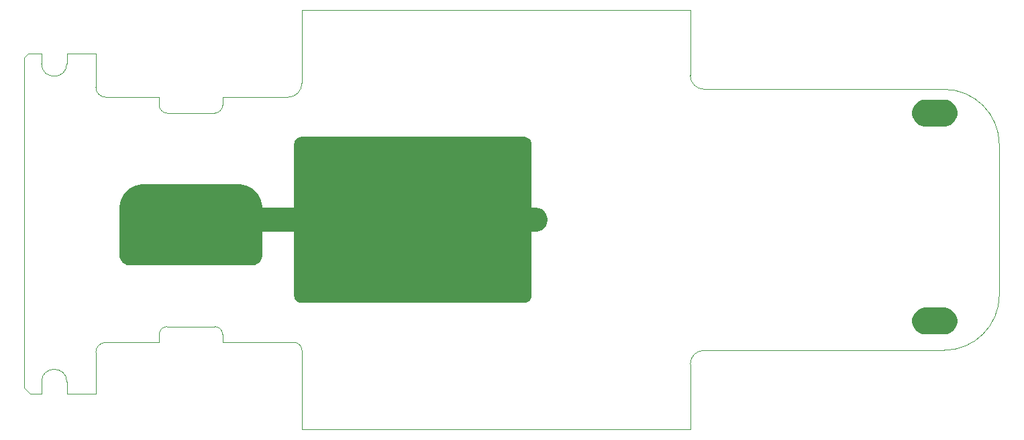
<source format=gbr>
%TF.GenerationSoftware,Altium Limited,Altium Designer,21.0.9 (235)*%
G04 Layer_Color=0*
%FSLAX45Y45*%
%MOMM*%
%TF.SameCoordinates,4BE4B6C8-753D-4877-B088-52E4D9ED0B03*%
%TF.FilePolarity,Positive*%
%TF.FileFunction,Profile,NP*%
%TF.Part,Single*%
G01*
G75*
%TA.AperFunction,Profile*%
%ADD92C,0.02540*%
G36*
X15470000Y5540000D02*
X15453256D01*
X15420413Y5533467D01*
X15389474Y5520652D01*
X15361630Y5502048D01*
X15337952Y5478369D01*
X15319348Y5450525D01*
X15306532Y5419587D01*
X15300000Y5386744D01*
Y5353257D01*
X15306532Y5320413D01*
X15319348Y5289475D01*
X15337952Y5261631D01*
X15361630Y5237952D01*
X15389474Y5219348D01*
X15420413Y5206533D01*
X15453256Y5200000D01*
X15470000D01*
D01*
X15700000D01*
X15716743D01*
X15749586Y5206533D01*
X15780525Y5219348D01*
X15808368Y5237952D01*
X15832047Y5261631D01*
X15850652Y5289475D01*
X15863467Y5320413D01*
X15870000Y5353257D01*
Y5386744D01*
X15863467Y5419587D01*
X15850652Y5450525D01*
X15832047Y5478369D01*
X15808368Y5502048D01*
X15780525Y5520652D01*
X15749586Y5533467D01*
X15716743Y5540000D01*
X15700000D01*
D01*
X15470000D01*
D02*
G37*
G36*
X15470000Y8170000D02*
X15453256D01*
X15420413Y8163467D01*
X15389474Y8150652D01*
X15361630Y8132047D01*
X15337952Y8108369D01*
X15319348Y8080525D01*
X15306532Y8049587D01*
X15300000Y8016743D01*
Y7983256D01*
X15306532Y7950413D01*
X15319348Y7919475D01*
X15337952Y7891631D01*
X15361630Y7867952D01*
X15389474Y7849348D01*
X15420413Y7836533D01*
X15453256Y7830000D01*
X15470000D01*
D01*
X15700000D01*
X15716743D01*
X15749586Y7836533D01*
X15780525Y7849348D01*
X15808369Y7867952D01*
X15832048Y7891631D01*
X15850652Y7919475D01*
X15863467Y7950413D01*
X15870000Y7983256D01*
Y8016743D01*
X15863467Y8049587D01*
X15850652Y8080525D01*
X15832048Y8108369D01*
X15808369Y8132047D01*
X15780525Y8150652D01*
X15749586Y8163467D01*
X15716743Y8170000D01*
X15700000D01*
D01*
X15470000D01*
D02*
G37*
G36*
X5599994Y7099999D02*
X6799991Y7099999D01*
X6819654Y7099999D01*
X6858643Y7094866D01*
X6896629Y7084688D01*
X6932961Y7069638D01*
X6967019Y7049975D01*
X6998218Y7026035D01*
X7026025Y6998227D01*
X7049965Y6967027D01*
X7069627Y6932970D01*
X7084676Y6896637D01*
X7094854Y6858652D01*
X7099986Y6819662D01*
X7099986Y6799999D01*
X7099987Y6800000D01*
X7500000D01*
Y7600000D01*
Y7609849D01*
X7503843Y7629169D01*
X7511381Y7647368D01*
X7522325Y7663746D01*
X7536254Y7677675D01*
X7552632Y7688619D01*
X7570831Y7696157D01*
X7590151Y7700000D01*
X7600000Y7700000D01*
X7600000Y7700000D01*
X10400000Y7700000D01*
X10409849Y7700000D01*
X10429169Y7696157D01*
X10447368Y7688619D01*
X10463746Y7677675D01*
X10477675Y7663746D01*
X10488619Y7647367D01*
X10496157Y7629168D01*
X10499999Y7609848D01*
X10499999Y7599999D01*
X10500000Y7600000D01*
Y6800000D01*
X10550000Y6800000D01*
X10564773Y6800000D01*
X10593753Y6794236D01*
X10621052Y6782928D01*
X10645619Y6766513D01*
X10666512Y6745619D01*
X10682928Y6721051D01*
X10694235Y6693752D01*
X10699998Y6664773D01*
X10699998Y6649999D01*
X10699999Y6650000D01*
X10700000Y6635226D01*
X10694236Y6606245D01*
X10682929Y6578946D01*
X10666513Y6554378D01*
X10645619Y6533485D01*
X10621050Y6517069D01*
X10593751Y6505762D01*
X10564771Y6499999D01*
X10549997Y6499999D01*
X10549998D01*
X10500000Y6500000D01*
X10500000Y5700000D01*
X10500000Y5690151D01*
X10496157Y5670830D01*
X10488619Y5652631D01*
X10477676Y5636253D01*
X10463746Y5622324D01*
X10447367Y5611380D01*
X10429168Y5603842D01*
X10409848Y5599999D01*
X10399999Y5600000D01*
X10400000D01*
X7600000D01*
X7590151D01*
X7570831Y5603843D01*
X7552632Y5611381D01*
X7536254Y5622325D01*
X7522325Y5636254D01*
X7511381Y5652632D01*
X7503843Y5670831D01*
X7500000Y5690151D01*
Y5700000D01*
D01*
Y6500000D01*
X7100000D01*
Y6200000D01*
Y6187688D01*
X7095196Y6163539D01*
X7085773Y6140790D01*
X7072094Y6120317D01*
X7054683Y6102906D01*
X7034210Y6089226D01*
X7011461Y6079804D01*
X6987311Y6075000D01*
X6975000D01*
D01*
X5425000D01*
X5412688D01*
X5388539Y6079804D01*
X5365790Y6089226D01*
X5345317Y6102906D01*
X5327906Y6120317D01*
X5314226Y6140790D01*
X5304804Y6163539D01*
X5300000Y6187688D01*
Y6200000D01*
D01*
X5300000Y6800006D01*
Y6819668D01*
X5305133Y6858657D01*
X5315311Y6896642D01*
X5330360Y6932974D01*
X5350023Y6967031D01*
X5373962Y6998229D01*
X5401769Y7026036D01*
X5432968Y7049976D01*
X5467025Y7069639D01*
X5503357Y7084687D01*
X5541342Y7094865D01*
X5580331Y7099998D01*
X5599994Y7099998D01*
X5599994Y7099999D01*
D02*
G37*
D92*
X4175000Y4450000D02*
X4100000Y4525000D01*
Y8700000D01*
X4150000Y8750000D01*
X4315000D01*
Y8625000D01*
D02*
G03*
X4635000Y8625000I160000J0D01*
G01*
Y8750000D01*
X5000000D01*
Y8325000D01*
X5000000D01*
D02*
G03*
X5125000Y8200000I125000J0D01*
G01*
X5800000D01*
Y8100000D01*
D02*
G03*
X5900000Y8000000I100000J0D01*
G01*
X6500000D01*
D02*
G03*
X6600000Y8100000I0J100000D01*
G01*
Y8200000D01*
X7425000D01*
D02*
G03*
X7600000Y8375000I-0J175000D01*
G01*
X7600000D01*
Y9300000D01*
X12500000D01*
Y8475000D01*
D02*
G03*
X12675000Y8300000I175000J0D01*
G01*
X15300000Y8300000D01*
X15700000D01*
D02*
G02*
X16400000Y7600000I0J-700000D01*
G01*
Y5700000D01*
D02*
G02*
X15700000Y5000000I-700000J0D01*
G01*
Y5000000D01*
X12675000D01*
D02*
G03*
X12500000Y4825000I0J-175000D01*
G01*
X12500000D01*
Y4000000D01*
X7600000D01*
Y5000000D01*
D02*
G03*
X7500000Y5100000I-100000J0D01*
G01*
X6600000D01*
Y5200000D01*
D02*
G03*
X6500000Y5300000I-100000J0D01*
G01*
X5900000D01*
D02*
G03*
X5800000Y5200000I0J-100000D01*
G01*
Y5100000D01*
X5125000D01*
D02*
G03*
X5000000Y4975000I0J-125000D01*
G01*
X5000000D01*
Y4450000D01*
X4635000D01*
Y4600000D01*
D02*
G03*
X4315000Y4600000I-160000J0D01*
G01*
Y4450000D01*
X4175000D01*
%TF.MD5,6c33c22ef0925b2673d75389442e7b6c*%
M02*

</source>
